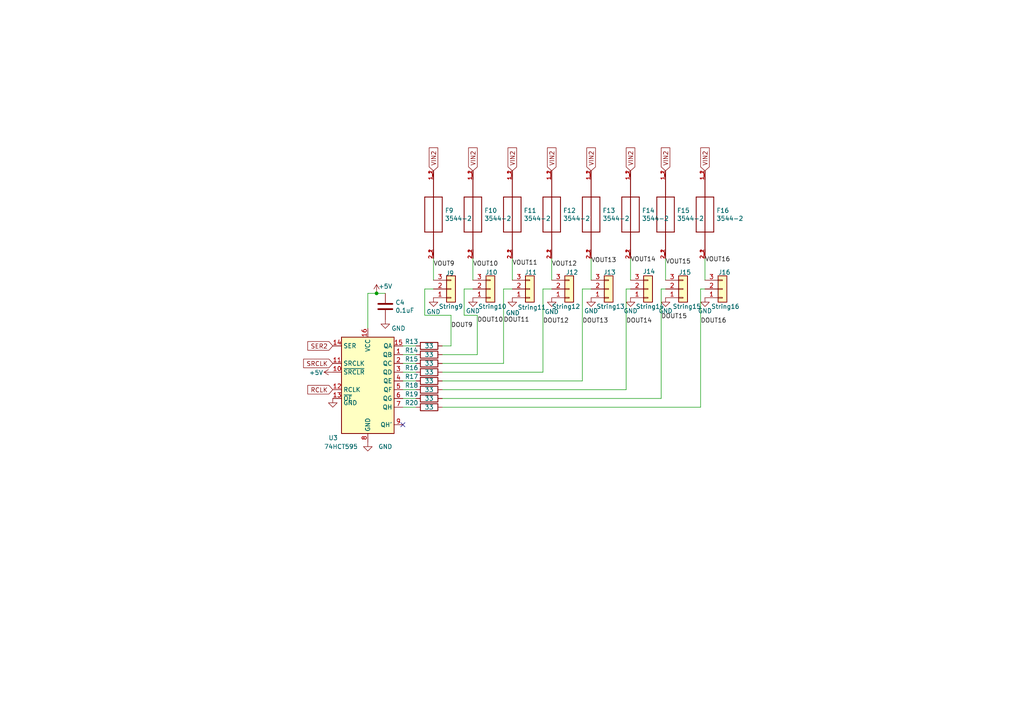
<source format=kicad_sch>
(kicad_sch (version 20211123) (generator eeschema)
  (paper "A4")
  (title_block (title "ESP32 Controller") (date "2023-01-11") (rev "v1") (company "Scott Hanson"))
  (lib_symbols
    (symbol "74xx:74HCT595"
      (property "Reference" "U" (at -7.62 13.97 0))
      (property "Value" "74HCT595" (at -7.62 -16.51 0))
      (symbol "74HCT595_1_0"
        (pin tri_state line (at 10.16 7.62 180) (length 2.54) (name "QB") (number "1"))
        (pin input line (at -10.16 2.54 0) (length 2.54) (name "~{SRCLR}") (number "10"))
        (pin input line (at -10.16 5.08 0) (length 2.54) (name "SRCLK") (number "11"))
        (pin input line (at -10.16 -2.54 0) (length 2.54) (name "RCLK") (number "12"))
        (pin input line (at -10.16 -5.08 0) (length 2.54) (name "~{OE}") (number "13"))
        (pin input line (at -10.16 10.16 0) (length 2.54) (name "SER") (number "14"))
        (pin tri_state line (at 10.16 10.16 180) (length 2.54) (name "QA") (number "15"))
        (pin power_in line (at 0 15.24 270) (length 2.54) (name "VCC") (number "16"))
        (pin tri_state line (at 10.16 5.08 180) (length 2.54) (name "QC") (number "2"))
        (pin tri_state line (at 10.16 2.54 180) (length 2.54) (name "QD") (number "3"))
        (pin tri_state line (at 10.16 0 180) (length 2.54) (name "QE") (number "4"))
        (pin tri_state line (at 10.16 -2.54 180) (length 2.54) (name "QF") (number "5"))
        (pin tri_state line (at 10.16 -5.08 180) (length 2.54) (name "QG") (number "6"))
        (pin tri_state line (at 10.16 -7.62 180) (length 2.54) (name "QH") (number "7"))
        (pin power_in line (at 0 -17.78 90) (length 2.54) (name "GND") (number "8"))
        (pin output line (at 10.16 -12.7 180) (length 2.54) (name "QH'") (number "9"))
      )
      (symbol "74HCT595_1_1"
        (rectangle (start -7.62 12.7) (end 7.62 -15.24) (stroke (width 0.254)) (fill (type background)))
      )
    )
    (symbol "Connector_Generic:Conn_01x03" (pin_names (offset 1.016) hide)
      (property "Reference" "J" (at 0 5.08 0))
      (property "Value" "Conn_01x03" (at 0 -5.08 0))
      (symbol "Conn_01x03_1_1"
        (rectangle (start -1.27 -2.413) (end 0 -2.667) (stroke (width 0.1524)))
        (rectangle (start -1.27 0.127) (end 0 -0.127) (stroke (width 0.1524)))
        (rectangle (start -1.27 2.667) (end 0 2.413) (stroke (width 0.1524)))
        (rectangle (start -1.27 3.81) (end 1.27 -3.81) (stroke (width 0.254)) (fill (type background)))
        (pin passive line (at -5.08 2.54 0) (length 3.81) (name "Pin_1") (number "1"))
        (pin passive line (at -5.08 0 0) (length 3.81) (name "Pin_2") (number "2"))
        (pin passive line (at -5.08 -2.54 0) (length 3.81) (name "Pin_3") (number "3"))
      )
    )
    (symbol "Device:R" (pin_numbers hide) (pin_names (offset 0))
      (property "Reference" "R" (at 2.032 0 90))
      (property "Value" "R" (at 0 0 90))
      (symbol "R_0_1"
        (rectangle (start -1.016 -2.54) (end 1.016 2.54) (stroke (width 0.254)))
      )
      (symbol "R_1_1"
        (pin passive line (at 0 3.81 270) (length 1.27) (name "~") (number "1"))
        (pin passive line (at 0 -3.81 90) (length 1.27) (name "~") (number "2"))
      )
    )
    (symbol "PB_16-rescue:3544-2-Keystone_Fuse" (pin_names (offset 1.016) hide)
      (property "Reference" "F" (at -5.08 3.302 0))
      (property "Value" "3544-2-Keystone_Fuse" (at -5.08 -5.08 0))
      (symbol "3544-2-Keystone_Fuse_0_0"
        (polyline (pts (xy -12.7 0) (xy 12.7 0)) (stroke (width 0.254)))
        (polyline (pts (xy -5.08 -2.54) (xy -5.08 2.54)) (stroke (width 0.254)))
        (polyline (pts (xy -5.08 2.54) (xy 5.08 2.54)) (stroke (width 0.254)))
        (polyline (pts (xy 5.08 -2.54) (xy -5.08 -2.54)) (stroke (width 0.254)))
        (polyline (pts (xy 5.08 2.54) (xy 5.08 -2.54)) (stroke (width 0.254)))
        (pin passive line (at -12.7 0 0) (length 2.54) (name "1") (number "1_1"))
        (pin passive line (at -12.7 0 0) (length 2.54) (name "1") (number "1_2"))
        (pin passive line (at 12.7 0 180) (length 2.54) (name "2") (number "2_1"))
        (pin passive line (at 12.7 0 180) (length 2.54) (name "2") (number "2_2"))
      )
    )
    (symbol "PB_16-rescue:C-Device" (pin_numbers hide) (pin_names (offset 0.254))
      (property "Reference" "C" (at 0.635 2.54 0))
      (property "Value" "C-Device" (at 0.635 -2.54 0))
      (symbol "C-Device_0_1"
        (polyline (pts (xy -2.032 -0.762) (xy 2.032 -0.762)) (stroke (width 0.508)))
        (polyline (pts (xy -2.032 0.762) (xy 2.032 0.762)) (stroke (width 0.508)))
      )
      (symbol "C-Device_1_1"
        (pin passive line (at 0 3.81 270) (length 2.794) (name "~") (number "1"))
        (pin passive line (at 0 -3.81 90) (length 2.794) (name "~") (number "2"))
      )
    )
    (symbol "power:+5V" (power) (pin_names (offset 0))
      (property "Value" "+5V" (at 0 3.556 0))
      (symbol "+5V_0_1"
        (polyline (pts (xy -0.762 1.27) (xy 0 2.54)))
        (polyline (pts (xy 0 0) (xy 0 2.54)))
        (polyline (pts (xy 0 2.54) (xy 0.762 1.27)))
      )
      (symbol "+5V_1_1"
        (pin power_in line (at 0 0 90) (length 0) hide (name "+5V") (number "1"))
      )
    )
    (symbol "power:GND" (power) (pin_names (offset 0))
      (property "Value" "GND" (at 0 -3.81 0))
      (symbol "GND_0_1"
        (polyline (pts (xy 0 0) (xy 0 -1.27) (xy 1.27 -1.27) (xy 0 -2.54) (xy -1.27 -1.27) (xy 0 -1.27)))
      )
      (symbol "GND_1_1"
        (pin power_in line (at 0 0 270) (length 0) hide (name "GND") (number "1"))
      )
    )
  )
  (junction (at 109.22 85.09))
  (no_connect (at 116.84 123.19))
  (wire (pts (xy 128.27 113.03) (xy 181.61 113.03)))
  (wire (pts (xy 116.84 102.87) (xy 120.65 102.87)))
  (wire (pts (xy 116.84 110.49) (xy 120.65 110.49)))
  (wire (pts (xy 138.43 91.44) (xy 138.43 102.87)))
  (wire (pts (xy 138.43 91.44) (xy 134.62 91.44)))
  (wire (pts (xy 123.19 83.82) (xy 123.19 91.44)))
  (wire (pts (xy 125.73 74.93) (xy 125.73 81.28)))
  (wire (pts (xy 125.73 83.82) (xy 123.19 83.82)))
  (wire (pts (xy 160.02 83.82) (xy 157.48 83.82)))
  (wire (pts (xy 116.84 118.11) (xy 120.65 118.11)))
  (wire (pts (xy 130.81 100.33) (xy 128.27 100.33)))
  (wire (pts (xy 138.43 102.87) (xy 128.27 102.87)))
  (wire (pts (xy 157.48 107.95) (xy 128.27 107.95)))
  (wire (pts (xy 181.61 83.82) (xy 182.88 83.82)))
  (wire (pts (xy 168.91 110.49) (xy 128.27 110.49)))
  (wire (pts (xy 116.84 107.95) (xy 120.65 107.95)))
  (wire (pts (xy 111.76 85.09) (xy 109.22 85.09)))
  (wire (pts (xy 134.62 83.82) (xy 137.16 83.82)))
  (wire (pts (xy 146.05 105.41) (xy 128.27 105.41)))
  (wire (pts (xy 146.05 83.82) (xy 148.59 83.82)))
  (wire (pts (xy 168.91 83.82) (xy 171.45 83.82)))
  (wire (pts (xy 168.91 83.82) (xy 168.91 110.49)))
  (wire (pts (xy 203.2 83.82) (xy 204.47 83.82)))
  (wire (pts (xy 203.2 83.82) (xy 203.2 118.11)))
  (wire (pts (xy 148.59 74.93) (xy 148.59 81.28)))
  (wire (pts (xy 146.05 83.82) (xy 146.05 105.41)))
  (wire (pts (xy 191.77 115.57) (xy 128.27 115.57)))
  (wire (pts (xy 116.84 100.33) (xy 120.65 100.33)))
  (wire (pts (xy 116.84 115.57) (xy 120.65 115.57)))
  (wire (pts (xy 157.48 83.82) (xy 157.48 107.95)))
  (wire (pts (xy 116.84 105.41) (xy 120.65 105.41)))
  (wire (pts (xy 116.84 113.03) (xy 120.65 113.03)))
  (wire (pts (xy 160.02 74.93) (xy 160.02 81.28)))
  (wire (pts (xy 137.16 74.93) (xy 137.16 81.28)))
  (wire (pts (xy 109.22 85.09) (xy 106.68 85.09)))
  (wire (pts (xy 128.27 118.11) (xy 203.2 118.11)))
  (wire (pts (xy 204.47 81.28) (xy 204.47 74.93)))
  (wire (pts (xy 171.45 81.28) (xy 171.45 74.93)))
  (wire (pts (xy 191.77 83.82) (xy 193.04 83.82)))
  (wire (pts (xy 130.81 91.44) (xy 130.81 100.33)))
  (wire (pts (xy 123.19 91.44) (xy 130.81 91.44)))
  (wire (pts (xy 134.62 91.44) (xy 134.62 83.82)))
  (wire (pts (xy 193.04 74.93) (xy 193.04 81.28)))
  (wire (pts (xy 181.61 113.03) (xy 181.61 83.82)))
  (wire (pts (xy 106.68 85.09) (xy 106.68 95.25)))
  (wire (pts (xy 191.77 83.82) (xy 191.77 115.57)))
  (wire (pts (xy 182.88 74.93) (xy 182.88 81.28)))
  (label "VOUT9" (at 125.73 77.47 0))
  (label "DOUT11" (at 146.05 93.726 0))
  (label "DOUT16" (at 203.2 93.98 0))
  (label "DOUT9" (at 130.81 95.25 0))
  (label "DOUT15" (at 191.77 92.71 0))
  (label "VOUT10" (at 137.16 77.47 0))
  (label "VOUT15" (at 193.04 76.8426 0))
  (label "DOUT13" (at 168.91 93.98 0))
  (label "DOUT10" (at 138.43 93.726 0))
  (label "VOUT12" (at 160.02 77.47 0))
  (label "VOUT14" (at 182.88 76.191 0))
  (label "VOUT13" (at 171.45 76.4413 0))
  (label "VOUT16" (at 204.47 76.2 0))
  (label "DOUT14" (at 181.61 93.98 0))
  (label "VOUT11" (at 148.59 77.1934 0))
  (label "DOUT12" (at 157.48 93.98 0))
  (global_label "VIN2" (shape input) (at 160.02 49.53 90) (property "Intersheet References" "${INTERSHEET_REFS}" (effects hide)))
  (global_label "SRCLK" (shape input) (at 96.52 105.41 180) (property "Intersheet References" "${INTERSHEET_REFS}" (effects hide)))
  (global_label "VIN2" (shape input) (at 171.45 49.53 90) (property "Intersheet References" "${INTERSHEET_REFS}" (effects hide)))
  (global_label "RCLK" (shape input) (at 96.52 113.03 180) (property "Intersheet References" "${INTERSHEET_REFS}" (effects hide)))
  (global_label "VIN2" (shape input) (at 125.73 49.53 90) (property "Intersheet References" "${INTERSHEET_REFS}" (effects hide)))
  (global_label "SER2" (shape input) (at 96.52 100.33 180) (property "Intersheet References" "${INTERSHEET_REFS}" (effects hide)))
  (global_label "VIN2" (shape input) (at 137.16 49.53 90) (property "Intersheet References" "${INTERSHEET_REFS}" (effects hide)))
  (global_label "VIN2" (shape input) (at 148.59 49.53 90) (property "Intersheet References" "${INTERSHEET_REFS}" (effects hide)))
  (global_label "VIN2" (shape input) (at 204.47 49.53 90) (property "Intersheet References" "${INTERSHEET_REFS}" (effects hide)))
  (global_label "VIN2" (shape input) (at 193.04 49.53 90) (property "Intersheet References" "${INTERSHEET_REFS}" (effects hide)))
  (global_label "VIN2" (shape input) (at 182.88 49.53 90) (property "Intersheet References" "${INTERSHEET_REFS}" (effects hide)))
  (symbol (lib_id "Device:R") (at 124.46 118.11 90) (unit 1)
    (property "Reference" "R20" (at 119.38 116.84 90))
    (property "Value" "33" (at 124.46 118.11 90))
    (property "Footprint" "Resistor_SMD:R_0603_1608Metric_Pad0.98x0.95mm_HandSolder" (effects hide))
    (property "LCSC" "C23140" (effects hide))
    (property "Digi-Key_PN" "2571-CN34J330CTTR-ND" (effects hide))
    (property "MPN" "CN34J330CT" (effects hide))
  )
  (symbol (lib_id "Connector_Generic:Conn_01x03") (at 142.24 83.82 0) (mirror x) (unit 1)
    (property "Reference" "J10" (at 140.716 78.994 0) (effects (justify left)))
    (property "Value" "String10" (at 138.684 88.9 0) (effects (justify left)))
    (property "Footprint" "Connector_Phoenix_MC:PhoenixContact_MCV_1,5_3-G-3.5_1x03_P3.50mm_Vertical" (effects hide))
    (property "Digi-Key_PN" "277-5737-ND/ED10555-ND" (effects hide))
    (property "MPN" "1843619/OSTTJ0311530" (effects hide))
  )
  (symbol (lib_id "PB_16-rescue:3544-2-Keystone_Fuse") (at 204.47 62.23 270) (unit 1)
    (property "Reference" "F16" (at 207.772 61.0616 90) (effects (justify left)))
    (property "Value" "3544-2" (at 207.772 63.373 90) (effects (justify left)))
    (property "Footprint" "Fuse:FUSE_3544-2" (effects hide))
    (property "Field4" "3544-2" (effects hide))
    (property "Field5" "None" (effects hide))
    (property "Field6" "Unavailable" (effects hide))
    (property "Field7" "Fuse Clip; 500 VAC; 30 A; PCB; For 0.110 in. x 0.032 in. mini blade fuses" (effects hide))
    (property "Field8" "Keystone Electronics" (effects hide))
    (property "Digi-Key_PN" "36-3544-2-ND" (effects hide))
    (property "MPN" "3544-2" (effects hide))
  )
  (symbol (lib_id "Connector_Generic:Conn_01x03") (at 130.81 83.82 0) (mirror x) (unit 1)
    (property "Reference" "J9" (at 129.286 79.248 0) (effects (justify left)))
    (property "Value" "String9" (at 127.254 88.9 0) (effects (justify left)))
    (property "Footprint" "Connector_Phoenix_MC:PhoenixContact_MCV_1,5_3-G-3.5_1x03_P3.50mm_Vertical" (effects hide))
    (property "Digi-Key_PN" "277-5737-ND/ED10555-ND" (effects hide))
    (property "MPN" "1843619/OSTTJ0311530" (effects hide))
  )
  (symbol (lib_id "Connector_Generic:Conn_01x03") (at 176.53 83.82 0) (mirror x) (unit 1)
    (property "Reference" "J13" (at 175.006 78.994 0) (effects (justify left)))
    (property "Value" "String13" (at 172.974 88.9 0) (effects (justify left)))
    (property "Footprint" "Connector_Phoenix_MC:PhoenixContact_MCV_1,5_3-G-3.5_1x03_P3.50mm_Vertical" (effects hide))
    (property "Digi-Key_PN" "277-5737-ND/ED10555-ND" (effects hide))
    (property "MPN" "1843619/OSTTJ0311530" (effects hide))
  )
  (symbol (lib_id "power:GND") (at 111.76 92.71 0) (unit 1)
    (property "Reference" "#PWR036" (effects hide))
    (property "Value" "GND" (at 115.57 95.25 0))
  )
  (symbol (lib_id "power:GND") (at 148.59 86.36 0) (unit 1)
    (property "Reference" "#PWR039" (effects hide))
    (property "Value" "GND" (at 148.717 90.7542 0))
  )
  (symbol (lib_id "74xx:74HCT595") (at 106.68 110.49 0) (unit 1)
    (property "Reference" "U3" (at 95.25 127 0) (effects (justify left)))
    (property "Value" "74HCT595" (at 93.98 129.54 0) (effects (justify left)))
    (property "Footprint" "Package_SO:SOIC-16_3.9x9.9mm_P1.27mm" (effects hide))
    (property "Datasheet" "https://assets.nexperia.com/documents/data-sheet/74HC_HCT595.pdf" (effects hide))
  )
  (symbol (lib_id "Connector_Generic:Conn_01x03") (at 153.67 83.82 0) (mirror x) (unit 1)
    (property "Reference" "J11" (at 152.146 78.994 0) (effects (justify left)))
    (property "Value" "String11" (at 150.114 89.154 0) (effects (justify left)))
    (property "Footprint" "Connector_Phoenix_MC:PhoenixContact_MCV_1,5_3-G-3.5_1x03_P3.50mm_Vertical" (effects hide))
    (property "Digi-Key_PN" "277-5737-ND/ED10555-ND" (effects hide))
    (property "MPN" "1843619/OSTTJ0311530" (effects hide))
  )
  (symbol (lib_id "power:GND") (at 137.16 86.36 0) (unit 1)
    (property "Reference" "#PWR038" (effects hide))
    (property "Value" "GND" (at 137.16 90.17 0))
  )
  (symbol (lib_id "PB_16-rescue:3544-2-Keystone_Fuse") (at 137.16 62.23 270) (unit 1)
    (property "Reference" "F10" (at 140.462 61.0616 90) (effects (justify left)))
    (property "Value" "3544-2" (at 140.462 63.373 90) (effects (justify left)))
    (property "Footprint" "Fuse:FUSE_3544-2" (effects hide))
    (property "Field4" "3544-2" (effects hide))
    (property "Field5" "None" (effects hide))
    (property "Field6" "Unavailable" (effects hide))
    (property "Field7" "Fuse Clip; 500 VAC; 30 A; PCB; For 0.110 in. x 0.032 in. mini blade fuses" (effects hide))
    (property "Field8" "Keystone Electronics" (effects hide))
    (property "Digi-Key_PN" "36-3544-2-ND" (effects hide))
    (property "MPN" "3544-2" (effects hide))
  )
  (symbol (lib_id "Device:R") (at 124.46 102.87 90) (unit 1)
    (property "Reference" "R14" (at 119.38 101.6 90))
    (property "Value" "33" (at 124.46 102.87 90))
    (property "Footprint" "Resistor_SMD:R_0603_1608Metric_Pad0.98x0.95mm_HandSolder" (effects hide))
    (property "LCSC" "C23140" (effects hide))
    (property "Digi-Key_PN" "2571-CN34J330CTTR-ND" (effects hide))
    (property "MPN" "CN34J330CT" (effects hide))
  )
  (symbol (lib_id "Device:R") (at 124.46 107.95 90) (unit 1)
    (property "Reference" "R16" (at 119.38 106.68 90))
    (property "Value" "33" (at 124.46 107.95 90))
    (property "Footprint" "Resistor_SMD:R_0603_1608Metric_Pad0.98x0.95mm_HandSolder" (effects hide))
    (property "LCSC" "C23140" (effects hide))
    (property "Digi-Key_PN" "2571-CN34J330CTTR-ND" (effects hide))
    (property "MPN" "CN34J330CT" (effects hide))
  )
  (symbol (lib_id "power:GND") (at 96.52 115.57 0) (unit 1)
    (property "Reference" "#PWR0108" (effects hide))
    (property "Value" "GND" (at 101.6 116.84 0))
  )
  (symbol (lib_id "power:GND") (at 182.88 86.36 0) (unit 1)
    (property "Reference" "#PWR042" (effects hide))
    (property "Value" "GND" (at 182.88 90.17 0))
  )
  (symbol (lib_id "PB_16-rescue:3544-2-Keystone_Fuse") (at 125.73 62.23 270) (unit 1)
    (property "Reference" "F9" (at 129.032 61.0616 90) (effects (justify left)))
    (property "Value" "3544-2" (at 129.032 63.373 90) (effects (justify left)))
    (property "Footprint" "Fuse:FUSE_3544-2" (effects hide))
    (property "Field4" "3544-2" (effects hide))
    (property "Field5" "None" (effects hide))
    (property "Field6" "Unavailable" (effects hide))
    (property "Field7" "Fuse Clip; 500 VAC; 30 A; PCB; For 0.110 in. x 0.032 in. mini blade fuses" (effects hide))
    (property "Field8" "Keystone Electronics" (effects hide))
    (property "Digi-Key_PN" "36-3544-2-ND" (effects hide))
    (property "MPN" "3544-2" (effects hide))
  )
  (symbol (lib_id "power:GND") (at 106.68 128.27 0) (unit 1)
    (property "Reference" "#PWR034" (effects hide))
    (property "Value" "GND" (at 111.76 129.54 0))
  )
  (symbol (lib_id "Device:R") (at 124.46 105.41 90) (unit 1)
    (property "Reference" "R15" (at 119.38 104.14 90))
    (property "Value" "33" (at 124.46 105.41 90))
    (property "Footprint" "Resistor_SMD:R_0603_1608Metric_Pad0.98x0.95mm_HandSolder" (effects hide))
    (property "LCSC" "C23140" (effects hide))
    (property "Digi-Key_PN" "2571-CN34J330CTTR-ND" (effects hide))
    (property "MPN" "CN34J330CT" (effects hide))
  )
  (symbol (lib_id "power:GND") (at 160.02 86.36 0) (unit 1)
    (property "Reference" "#PWR040" (effects hide))
    (property "Value" "GND" (at 160.02 90.424 0))
  )
  (symbol (lib_id "Connector_Generic:Conn_01x03") (at 209.55 83.82 0) (mirror x) (unit 1)
    (property "Reference" "J16" (at 208.28 78.994 0) (effects (justify left)))
    (property "Value" "String16" (at 206.248 88.9 0) (effects (justify left)))
    (property "Footprint" "Connector_Phoenix_MC:PhoenixContact_MCV_1,5_3-G-3.5_1x03_P3.50mm_Vertical" (effects hide))
    (property "Digi-Key_PN" "277-5737-ND/ED10555-ND" (effects hide))
    (property "MPN" "1843619/OSTTJ0311530" (effects hide))
  )
  (symbol (lib_id "Connector_Generic:Conn_01x03") (at 198.12 83.82 0) (mirror x) (unit 1)
    (property "Reference" "J15" (at 196.85 78.994 0) (effects (justify left)))
    (property "Value" "String15" (at 195.072 88.9 0) (effects (justify left)))
    (property "Footprint" "Connector_Phoenix_MC:PhoenixContact_MCV_1,5_3-G-3.5_1x03_P3.50mm_Vertical" (effects hide))
    (property "Digi-Key_PN" "277-5737-ND/ED10555-ND" (effects hide))
    (property "MPN" "1843619/OSTTJ0311530" (effects hide))
  )
  (symbol (lib_id "PB_16-rescue:C-Device") (at 111.76 88.9 0) (unit 1)
    (property "Reference" "C4" (at 114.681 87.7316 0) (effects (justify left)))
    (property "Value" "0.1uF" (at 114.681 90.043 0) (effects (justify left)))
    (property "Footprint" "Capacitor_SMD:C_0603_1608Metric_Pad1.08x0.95mm_HandSolder" (effects hide))
    (property "Digi-Key_PN" "1276-1007-1-ND" (effects hide))
    (property "MPN" "CL21F104ZBCNNNC" (effects hide))
    (property "LCSC" "C49678" (effects hide))
  )
  (symbol (lib_id "PB_16-rescue:3544-2-Keystone_Fuse") (at 160.02 62.23 270) (unit 1)
    (property "Reference" "F12" (at 163.322 61.0616 90) (effects (justify left)))
    (property "Value" "3544-2" (at 163.322 63.373 90) (effects (justify left)))
    (property "Footprint" "Fuse:FUSE_3544-2" (effects hide))
    (property "Field4" "3544-2" (effects hide))
    (property "Field5" "None" (effects hide))
    (property "Field6" "Unavailable" (effects hide))
    (property "Field7" "Fuse Clip; 500 VAC; 30 A; PCB; For 0.110 in. x 0.032 in. mini blade fuses" (effects hide))
    (property "Field8" "Keystone Electronics" (effects hide))
    (property "Digi-Key_PN" "36-3544-2-ND" (effects hide))
    (property "MPN" "3544-2" (effects hide))
  )
  (symbol (lib_id "power:GND") (at 125.73 86.36 0) (unit 1)
    (property "Reference" "#PWR037" (effects hide))
    (property "Value" "GND" (at 125.73 90.424 0))
  )
  (symbol (lib_id "Connector_Generic:Conn_01x03") (at 187.96 83.82 0) (mirror x) (unit 1)
    (property "Reference" "J14" (at 186.436 78.74 0) (effects (justify left)))
    (property "Value" "String14" (at 184.404 88.9 0) (effects (justify left)))
    (property "Footprint" "Connector_Phoenix_MC:PhoenixContact_MCV_1,5_3-G-3.5_1x03_P3.50mm_Vertical" (effects hide))
    (property "Digi-Key_PN" "277-5737-ND/ED10555-ND" (effects hide))
    (property "MPN" "1843619/OSTTJ0311530" (effects hide))
  )
  (symbol (lib_id "power:+5V") (at 96.52 107.95 90) (unit 1)
    (property "Reference" "#PWR0107" (effects hide))
    (property "Value" "+5V" (at 91.694 108.077 90))
  )
  (symbol (lib_id "power:GND") (at 193.04 86.36 0) (unit 1)
    (property "Reference" "#PWR043" (effects hide))
    (property "Value" "GND" (at 193.04 90.17 0))
  )
  (symbol (lib_id "PB_16-rescue:3544-2-Keystone_Fuse") (at 171.45 62.23 270) (unit 1)
    (property "Reference" "F13" (at 174.752 61.0616 90) (effects (justify left)))
    (property "Value" "3544-2" (at 174.752 63.373 90) (effects (justify left)))
    (property "Footprint" "Fuse:FUSE_3544-2" (effects hide))
    (property "Field4" "3544-2" (effects hide))
    (property "Field5" "None" (effects hide))
    (property "Field6" "Unavailable" (effects hide))
    (property "Field7" "Fuse Clip; 500 VAC; 30 A; PCB; For 0.110 in. x 0.032 in. mini blade fuses" (effects hide))
    (property "Field8" "Keystone Electronics" (effects hide))
    (property "Digi-Key_PN" "36-3544-2-ND" (effects hide))
    (property "MPN" "3544-2" (effects hide))
  )
  (symbol (lib_id "Device:R") (at 124.46 100.33 90) (unit 1)
    (property "Reference" "R13" (at 119.38 99.06 90))
    (property "Value" "33" (at 124.46 100.33 90))
    (property "Footprint" "Resistor_SMD:R_0603_1608Metric_Pad0.98x0.95mm_HandSolder" (effects hide))
    (property "LCSC" "C23140" (effects hide))
    (property "Digi-Key_PN" "2571-CN34J330CTTR-ND" (effects hide))
    (property "MPN" "CN34J330CT" (effects hide))
  )
  (symbol (lib_id "Connector_Generic:Conn_01x03") (at 165.1 83.82 0) (mirror x) (unit 1)
    (property "Reference" "J12" (at 164.084 78.994 0) (effects (justify left)))
    (property "Value" "String12" (at 160.02 88.9 0) (effects (justify left)))
    (property "Footprint" "Connector_Phoenix_MC:PhoenixContact_MCV_1,5_3-G-3.5_1x03_P3.50mm_Vertical" (effects hide))
    (property "Digi-Key_PN" "277-5737-ND/ED10555-ND" (effects hide))
    (property "MPN" "1843619/OSTTJ0311530" (effects hide))
  )
  (symbol (lib_id "power:+5V") (at 109.22 85.09 0) (unit 1)
    (property "Reference" "#PWR035" (effects hide))
    (property "Value" "+5V" (at 111.76 83.058 0))
  )
  (symbol (lib_id "Device:R") (at 124.46 110.49 90) (unit 1)
    (property "Reference" "R17" (at 119.38 109.22 90))
    (property "Value" "33" (at 124.46 110.49 90))
    (property "Footprint" "Resistor_SMD:R_0603_1608Metric_Pad0.98x0.95mm_HandSolder" (effects hide))
    (property "LCSC" "C23140" (effects hide))
    (property "Digi-Key_PN" "2571-CN34J330CTTR-ND" (effects hide))
    (property "MPN" "CN34J330CT" (effects hide))
  )
  (symbol (lib_id "power:GND") (at 204.47 86.36 0) (unit 1)
    (property "Reference" "#PWR044" (effects hide))
    (property "Value" "GND" (at 204.47 90.17 0))
  )
  (symbol (lib_id "PB_16-rescue:3544-2-Keystone_Fuse") (at 182.88 62.23 270) (unit 1)
    (property "Reference" "F14" (at 186.182 61.0616 90) (effects (justify left)))
    (property "Value" "3544-2" (at 186.182 63.373 90) (effects (justify left)))
    (property "Footprint" "Fuse:FUSE_3544-2" (effects hide))
    (property "Field4" "3544-2" (effects hide))
    (property "Field5" "None" (effects hide))
    (property "Field6" "Unavailable" (effects hide))
    (property "Field7" "Fuse Clip; 500 VAC; 30 A; PCB; For 0.110 in. x 0.032 in. mini blade fuses" (effects hide))
    (property "Field8" "Keystone Electronics" (effects hide))
    (property "Digi-Key_PN" "36-3544-2-ND" (effects hide))
    (property "MPN" "3544-2" (effects hide))
  )
  (symbol (lib_id "power:GND") (at 171.45 86.36 0) (unit 1)
    (property "Reference" "#PWR041" (effects hide))
    (property "Value" "GND" (at 171.45 90.17 0))
  )
  (symbol (lib_id "Device:R") (at 124.46 113.03 90) (unit 1)
    (property "Reference" "R18" (at 119.38 111.76 90))
    (property "Value" "33" (at 124.46 113.03 90))
    (property "Footprint" "Resistor_SMD:R_0603_1608Metric_Pad0.98x0.95mm_HandSolder" (effects hide))
    (property "LCSC" "C23140" (effects hide))
    (property "Digi-Key_PN" "2571-CN34J330CTTR-ND" (effects hide))
    (property "MPN" "CN34J330CT" (effects hide))
  )
  (symbol (lib_id "PB_16-rescue:3544-2-Keystone_Fuse") (at 148.59 62.23 270) (unit 1)
    (property "Reference" "F11" (at 151.892 61.0616 90) (effects (justify left)))
    (property "Value" "3544-2" (at 151.892 63.373 90) (effects (justify left)))
    (property "Footprint" "Fuse:FUSE_3544-2" (effects hide))
    (property "Field4" "3544-2" (effects hide))
    (property "Field5" "None" (effects hide))
    (property "Field6" "Unavailable" (effects hide))
    (property "Field7" "Fuse Clip; 500 VAC; 30 A; PCB; For 0.110 in. x 0.032 in. mini blade fuses" (effects hide))
    (property "Field8" "Keystone Electronics" (effects hide))
    (property "Digi-Key_PN" "36-3544-2-ND" (effects hide))
    (property "MPN" "3544-2" (effects hide))
  )
  (symbol (lib_id "Device:R") (at 124.46 115.57 90) (unit 1)
    (property "Reference" "R19" (at 119.38 114.3 90))
    (property "Value" "33" (at 124.46 115.57 90))
    (property "Footprint" "Resistor_SMD:R_0603_1608Metric_Pad0.98x0.95mm_HandSolder" (effects hide))
    (property "LCSC" "C23140" (effects hide))
    (property "Digi-Key_PN" "2571-CN34J330CTTR-ND" (effects hide))
    (property "MPN" "CN34J330CT" (effects hide))
  )
  (symbol (lib_id "PB_16-rescue:3544-2-Keystone_Fuse") (at 193.04 62.23 270) (unit 1)
    (property "Reference" "F15" (at 196.342 61.0616 90) (effects (justify left)))
    (property "Value" "3544-2" (at 196.342 63.373 90) (effects (justify left)))
    (property "Footprint" "Fuse:FUSE_3544-2" (effects hide))
    (property "Field4" "3544-2" (effects hide))
    (property "Field5" "None" (effects hide))
    (property "Field6" "Unavailable" (effects hide))
    (property "Field7" "Fuse Clip; 500 VAC; 30 A; PCB; For 0.110 in. x 0.032 in. mini blade fuses" (effects hide))
    (property "Field8" "Keystone Electronics" (effects hide))
    (property "Digi-Key_PN" "36-3544-2-ND" (effects hide))
    (property "MPN" "3544-2" (effects hide))
  )
)
</source>
